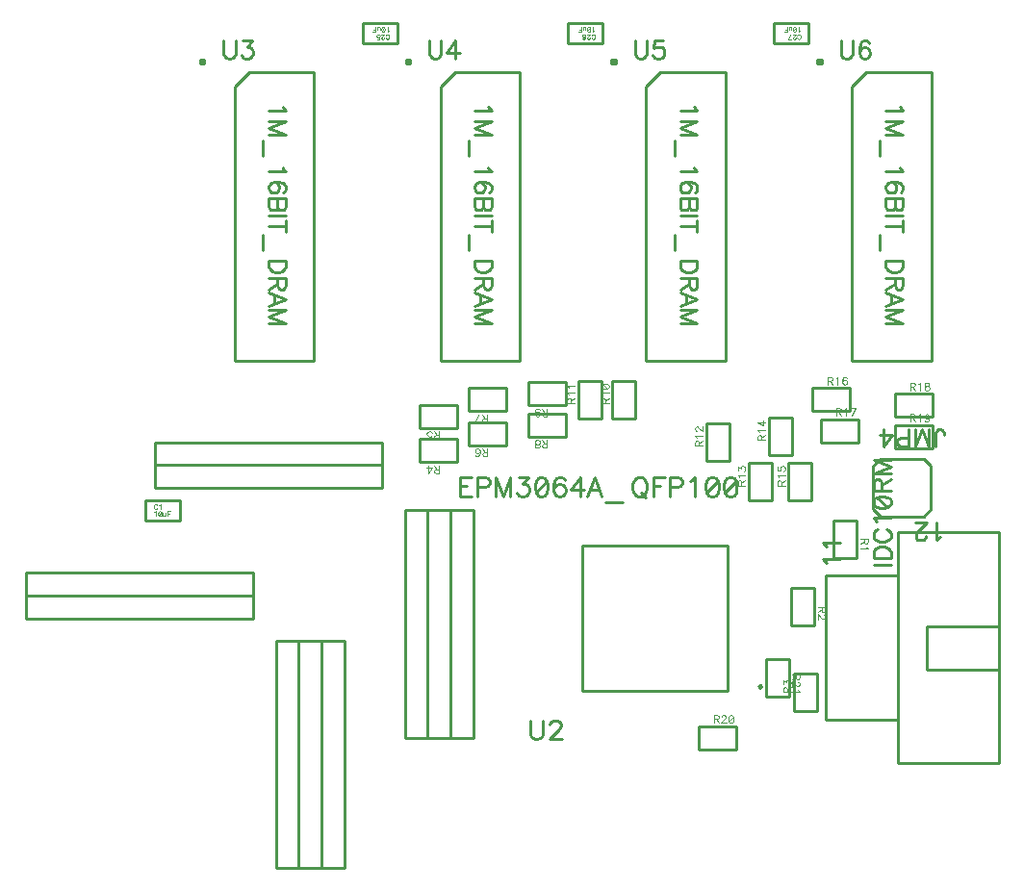
<source format=gto>
G04*
G04  File:            A600_8MB_2008.GTO, Sun Feb 10 20:54:05 2019*
G04  Source:          P-CAD 2006 PCB, Version 19.02.958, (Z:\home\lvd\d\boards\boards\a600_8mb_2008\release\pcad2006\a600_8mb_2008.pcb)*
G04  Format:          Gerber Format (RS-274-D), ASCII*
G04*
G04  Format Options:  Absolute Positioning*
G04                   Leading-Zero Suppression*
G04                   Scale Factor 1:1*
G04                   NO Circular Interpolation*
G04                   Millimeter Units*
G04                   Numeric Format: 4.4 (XXXX.XXXX)*
G04                   G54 NOT Used for Aperture Change*
G04                   Apertures Embedded*
G04*
G04  File Options:    Offset = (0.000mm,0.000mm)*
G04                   Drill Symbol Size = 2.032mm*
G04                   No Pad/Via Holes*
G04*
G04  File Contents:   Pads*
G04                   Vias*
G04                   Designators*
G04                   Types*
G04                   Values*
G04                   No Drill Symbols*
G04                   Top Silk*
G04*
%INA600_8MB_2008.GTO*%
%ICAS*%
%MOMM*%
G04*
G04  Aperture MACROs for general use --- invoked via D-code assignment *
G04*
G04  General MACRO for flashed round with rotation and/or offset hole *
%AMROTOFFROUND*
1,1,$1,0.0000,0.0000*
1,0,$2,$3,$4*%
G04*
G04  General MACRO for flashed oval (obround) with rotation and/or offset hole *
%AMROTOFFOVAL*
21,1,$1,$2,0.0000,0.0000,$3*
1,1,$4,$5,$6*
1,1,$4,0-$5,0-$6*
1,0,$7,$8,$9*%
G04*
G04  General MACRO for flashed oval (obround) with rotation and no hole *
%AMROTOVALNOHOLE*
21,1,$1,$2,0.0000,0.0000,$3*
1,1,$4,$5,$6*
1,1,$4,0-$5,0-$6*%
G04*
G04  General MACRO for flashed rectangle with rotation and/or offset hole *
%AMROTOFFRECT*
21,1,$1,$2,0.0000,0.0000,$3*
1,0,$4,$5,$6*%
G04*
G04  General MACRO for flashed rectangle with rotation and no hole *
%AMROTRECTNOHOLE*
21,1,$1,$2,0.0000,0.0000,$3*%
G04*
G04  General MACRO for flashed rounded-rectangle *
%AMROUNDRECT*
21,1,$1,$2-$4,0.0000,0.0000,$3*
21,1,$1-$4,$2,0.0000,0.0000,$3*
1,1,$4,$5,$6*
1,1,$4,$7,$8*
1,1,$4,0-$5,0-$6*
1,1,$4,0-$7,0-$8*
1,0,$9,$10,$11*%
G04*
G04  General MACRO for flashed rounded-rectangle with rotation and no hole *
%AMROUNDRECTNOHOLE*
21,1,$1,$2-$4,0.0000,0.0000,$3*
21,1,$1-$4,$2,0.0000,0.0000,$3*
1,1,$4,$5,$6*
1,1,$4,$7,$8*
1,1,$4,0-$5,0-$6*
1,1,$4,0-$7,0-$8*%
G04*
G04  General MACRO for flashed regular polygon *
%AMREGPOLY*
5,1,$1,0.0000,0.0000,$2,$3+$4*
1,0,$5,$6,$7*%
G04*
G04  General MACRO for flashed regular polygon with no hole *
%AMREGPOLYNOHOLE*
5,1,$1,0.0000,0.0000,$2,$3+$4*%
G04*
G04  General MACRO for target *
%AMTARGET*
6,0,0,$1,$2,$3,4,$4,$5,$6*%
G04*
G04  General MACRO for mounting hole *
%AMMTHOLE*
1,1,$1,0,0*
1,0,$2,0,0*
$1=$1-$2*
$1=$1/2*
21,1,$2+$1,$3,0,0,$4*
21,1,$3,$2+$1,0,0,$4*%
G04*
G04*
G04  D10 : "Ellipse X0.254mm Y0.254mm H0.000mm 0.0deg (0.000mm,0.000mm) Draw"*
G04  Disc: OuterDia=0.2540*
%ADD10C, 0.2540*%
G04  D11 : "Ellipse X2.540mm Y2.540mm H0.000mm 0.0deg (0.000mm,0.000mm) Draw"*
G04  Disc: OuterDia=2.5400*
%ADD11C, 2.5400*%
G04  D12 : "Ellipse X0.305mm Y0.305mm H0.000mm 0.0deg (0.000mm,0.000mm) Draw"*
G04  Disc: OuterDia=0.3048*
%ADD12C, 0.3048*%
G04  D13 : "Ellipse X0.500mm Y0.500mm H0.000mm 0.0deg (0.000mm,0.000mm) Draw"*
G04  Disc: OuterDia=0.5000*
%ADD13C, 0.5000*%
G04  D14 : "Ellipse X0.508mm Y0.508mm H0.000mm 0.0deg (0.000mm,0.000mm) Draw"*
G04  Disc: OuterDia=0.5080*
%ADD14C, 0.5080*%
G04  D15 : "Ellipse X0.600mm Y0.600mm H0.000mm 0.0deg (0.000mm,0.000mm) Draw"*
G04  Disc: OuterDia=0.6000*
%ADD15C, 0.6000*%
G04  D16 : "Ellipse X0.635mm Y0.635mm H0.000mm 0.0deg (0.000mm,0.000mm) Draw"*
G04  Disc: OuterDia=0.6350*
%ADD16C, 0.6350*%
G04  D17 : "Ellipse X0.650mm Y0.650mm H0.000mm 0.0deg (0.000mm,0.000mm) Draw"*
G04  Disc: OuterDia=0.6500*
%ADD17C, 0.6500*%
G04  D18 : "Ellipse X0.100mm Y0.100mm H0.000mm 0.0deg (0.000mm,0.000mm) Draw"*
G04  Disc: OuterDia=0.1000*
%ADD18C, 0.1000*%
G04  D19 : "Ellipse X1.000mm Y1.000mm H0.000mm 0.0deg (0.000mm,0.000mm) Draw"*
G04  Disc: OuterDia=1.0000*
%ADD19C, 1.0000*%
G04  D20 : "Ellipse X0.102mm Y0.102mm H0.000mm 0.0deg (0.000mm,0.000mm) Draw"*
G04  Disc: OuterDia=0.1016*
%ADD20C, 0.1016*%
G04  D21 : "Ellipse X0.127mm Y0.127mm H0.000mm 0.0deg (0.000mm,0.000mm) Draw"*
G04  Disc: OuterDia=0.1270*
%ADD21C, 0.1270*%
G04  D22 : "Ellipse X0.150mm Y0.150mm H0.000mm 0.0deg (0.000mm,0.000mm) Draw"*
G04  Disc: OuterDia=0.1500*
%ADD22C, 0.1500*%
G04  D23 : "Ellipse X1.270mm Y1.270mm H0.000mm 0.0deg (0.000mm,0.000mm) Draw"*
G04  Disc: OuterDia=1.2700*
%ADD23C, 1.2700*%
G04  D24 : "Ellipse X1.500mm Y1.500mm H0.000mm 0.0deg (0.000mm,0.000mm) Draw"*
G04  Disc: OuterDia=1.5000*
%ADD24C, 1.5000*%
G04  D25 : "Ellipse X0.200mm Y0.200mm H0.000mm 0.0deg (0.000mm,0.000mm) Draw"*
G04  Disc: OuterDia=0.2000*
%ADD25C, 0.2000*%
G04  D26 : "Ellipse X0.250mm Y0.250mm H0.000mm 0.0deg (0.000mm,0.000mm) Draw"*
G04  Disc: OuterDia=0.2500*
%ADD26C, 0.2500*%
G04  D27 : "Ellipse X0.250mm Y0.250mm H0.000mm 0.0deg (0.000mm,0.000mm) Draw"*
G04  Disc: OuterDia=0.2500*
%ADD27C, 0.2500*%
G04  D28 : "Ellipse X2.300mm Y2.300mm H0.000mm 0.0deg (0.000mm,0.000mm) Draw"*
G04  Disc: OuterDia=2.3000*
%ADD28C, 2.3000*%
G04  D29 : "Ellipse X1.400mm Y1.400mm H0.000mm 0.0deg (0.000mm,0.000mm) Flash"*
G04  Disc: OuterDia=1.4000*
%ADD29C, 1.4000*%
G04  D30 : "Ellipse X1.524mm Y1.524mm H0.000mm 0.0deg (0.000mm,0.000mm) Flash"*
G04  Disc: OuterDia=1.5240*
%ADD30C, 1.5240*%
G04  D31 : "Ellipse X1.781mm Y1.781mm H0.000mm 0.0deg (0.000mm,0.000mm) Flash"*
G04  Disc: OuterDia=1.7810*
%ADD31C, 1.7810*%
G04  D32 : "Ellipse X1.800mm Y1.800mm H0.000mm 0.0deg (0.000mm,0.000mm) Flash"*
G04  Disc: OuterDia=1.8000*
%ADD32C, 1.8000*%
G04  D33 : "Ellipse X1.905mm Y1.905mm H0.000mm 0.0deg (0.000mm,0.000mm) Flash"*
G04  Disc: OuterDia=1.9050*
%ADD33C, 1.9050*%
G04  D34 : "Ellipse X2.181mm Y2.181mm H0.000mm 0.0deg (0.000mm,0.000mm) Flash"*
G04  Disc: OuterDia=2.1810*
%ADD34C, 2.1810*%
G04  D35 : "Rectangle X2.581mm Y1.031mm H0.000mm 0.0deg (0.000mm,0.000mm) Flash"*
G04  Rectangular: DimX=2.5810, DimY=1.0310, Rotation=0.0, OffsetX=0.0000, OffsetY=0.0000, HoleDia=0.0000 *
%ADD35R, 2.5810 X1.0310*%
G04  D36 : "Rectangle X1.031mm Y2.581mm H0.000mm 0.0deg (0.000mm,0.000mm) Flash"*
G04  Rectangular: DimX=1.0310, DimY=2.5810, Rotation=0.0, OffsetX=0.0000, OffsetY=0.0000, HoleDia=0.0000 *
%ADD36R, 1.0310 X2.5810*%
G04  D37 : "Rectangle X3.800mm Y2.000mm H0.000mm 0.0deg (0.000mm,0.000mm) Flash"*
G04  Rectangular: DimX=3.8000, DimY=2.0000, Rotation=0.0, OffsetX=0.0000, OffsetY=0.0000, HoleDia=0.0000 *
%ADD37R, 3.8000 X2.0000*%
G04  D38 : "Rectangle X4.181mm Y2.381mm H0.000mm 0.0deg (0.000mm,0.000mm) Flash"*
G04  Rectangular: DimX=4.1810, DimY=2.3810, Rotation=0.0, OffsetX=0.0000, OffsetY=0.0000, HoleDia=0.0000 *
%ADD38R, 4.1810 X2.3810*%
G04  D39 : "Rectangle X1.016mm Y1.524mm H0.000mm 0.0deg (0.000mm,0.000mm) Flash"*
G04  Rectangular: DimX=1.0160, DimY=1.5240, Rotation=0.0, OffsetX=0.0000, OffsetY=0.0000, HoleDia=0.0000 *
%ADD39R, 1.0160 X1.5240*%
G04  D40 : "Rectangle X1.524mm Y1.016mm H0.000mm 0.0deg (0.000mm,0.000mm) Flash"*
G04  Rectangular: DimX=1.5240, DimY=1.0160, Rotation=0.0, OffsetX=0.0000, OffsetY=0.0000, HoleDia=0.0000 *
%ADD40R, 1.5240 X1.0160*%
G04  D41 : "Rectangle X1.397mm Y1.905mm H0.000mm 0.0deg (0.000mm,0.000mm) Flash"*
G04  Rectangular: DimX=1.3970, DimY=1.9050, Rotation=0.0, OffsetX=0.0000, OffsetY=0.0000, HoleDia=0.0000 *
%ADD41R, 1.3970 X1.9050*%
G04  D42 : "Rectangle X1.905mm Y1.397mm H0.000mm 0.0deg (0.000mm,0.000mm) Flash"*
G04  Rectangular: DimX=1.9050, DimY=1.3970, Rotation=0.0, OffsetX=0.0000, OffsetY=0.0000, HoleDia=0.0000 *
%ADD42R, 1.9050 X1.3970*%
G04  D43 : "Rectangle X1.500mm Y2.000mm H0.000mm 0.0deg (0.000mm,0.000mm) Flash"*
G04  Rectangular: DimX=1.5000, DimY=2.0000, Rotation=0.0, OffsetX=0.0000, OffsetY=0.0000, HoleDia=0.0000 *
%ADD43R, 1.5000 X2.0000*%
G04  D44 : "Rectangle X2.000mm Y1.500mm H0.000mm 0.0deg (0.000mm,0.000mm) Flash"*
G04  Rectangular: DimX=2.0000, DimY=1.5000, Rotation=0.0, OffsetX=0.0000, OffsetY=0.0000, HoleDia=0.0000 *
%ADD44R, 2.0000 X1.5000*%
G04  D45 : "Rectangle X1.524mm Y1.524mm H0.000mm 0.0deg (0.000mm,0.000mm) Flash"*
G04  Square: Side=1.5240, Rotation=0.0, OffsetX=0.0000, OffsetY=0.0000, HoleDia=0.0000*
%ADD45R, 1.5240 X1.5240*%
G04  D46 : "Rectangle X1.800mm Y1.800mm H0.000mm 0.0deg (0.000mm,0.000mm) Flash"*
G04  Square: Side=1.8000, Rotation=0.0, OffsetX=0.0000, OffsetY=0.0000, HoleDia=0.0000*
%ADD46R, 1.8000 X1.8000*%
G04  D47 : "Rectangle X1.881mm Y2.381mm H0.000mm 0.0deg (0.000mm,0.000mm) Flash"*
G04  Rectangular: DimX=1.8810, DimY=2.3810, Rotation=0.0, OffsetX=0.0000, OffsetY=0.0000, HoleDia=0.0000 *
%ADD47R, 1.8810 X2.3810*%
G04  D48 : "Rectangle X2.381mm Y1.881mm H0.000mm 0.0deg (0.000mm,0.000mm) Flash"*
G04  Rectangular: DimX=2.3810, DimY=1.8810, Rotation=0.0, OffsetX=0.0000, OffsetY=0.0000, HoleDia=0.0000 *
%ADD48R, 2.3810 X1.8810*%
G04  D49 : "Rectangle X1.905mm Y1.905mm H0.000mm 0.0deg (0.000mm,0.000mm) Flash"*
G04  Square: Side=1.9050, Rotation=0.0, OffsetX=0.0000, OffsetY=0.0000, HoleDia=0.0000*
%ADD49R, 1.9050 X1.9050*%
G04  D50 : "Rectangle X2.000mm Y0.300mm H0.000mm 0.0deg (0.000mm,0.000mm) Flash"*
G04  Rectangular: DimX=2.0000, DimY=0.3000, Rotation=0.0, OffsetX=0.0000, OffsetY=0.0000, HoleDia=0.0000 *
%ADD50R, 2.0000 X0.3000*%
G04  D51 : "Rectangle X0.300mm Y2.000mm H0.000mm 0.0deg (0.000mm,0.000mm) Flash"*
G04  Rectangular: DimX=0.3000, DimY=2.0000, Rotation=0.0, OffsetX=0.0000, OffsetY=0.0000, HoleDia=0.0000 *
%ADD51R, 0.3000 X2.0000*%
G04  D52 : "Rectangle X2.032mm Y0.660mm H0.000mm 0.0deg (0.000mm,0.000mm) Flash"*
G04  Rectangular: DimX=2.0320, DimY=0.6604, Rotation=0.0, OffsetX=0.0000, OffsetY=0.0000, HoleDia=0.0000 *
%ADD52R, 2.0320 X0.6604*%
G04  D53 : "Rectangle X2.181mm Y2.181mm H0.000mm 0.0deg (0.000mm,0.000mm) Flash"*
G04  Square: Side=2.1810, Rotation=0.0, OffsetX=0.0000, OffsetY=0.0000, HoleDia=0.0000*
%ADD53R, 2.1810 X2.1810*%
G04  D54 : "Rectangle X2.200mm Y0.650mm H0.000mm 0.0deg (0.000mm,0.000mm) Flash"*
G04  Rectangular: DimX=2.2000, DimY=0.6500, Rotation=0.0, OffsetX=0.0000, OffsetY=0.0000, HoleDia=0.0000 *
%ADD54R, 2.2000 X0.6500*%
G04  D55 : "Rectangle X0.650mm Y2.200mm H0.000mm 0.0deg (0.000mm,0.000mm) Flash"*
G04  Rectangular: DimX=0.6500, DimY=2.2000, Rotation=0.0, OffsetX=0.0000, OffsetY=0.0000, HoleDia=0.0000 *
%ADD55R, 0.6500 X2.2000*%
G04  D56 : "Rectangle X2.381mm Y0.681mm H0.000mm 0.0deg (0.000mm,0.000mm) Flash"*
G04  Rectangular: DimX=2.3810, DimY=0.6810, Rotation=0.0, OffsetX=0.0000, OffsetY=0.0000, HoleDia=0.0000 *
%ADD56R, 2.3810 X0.6810*%
G04  D57 : "Rectangle X0.681mm Y2.381mm H0.000mm 0.0deg (0.000mm,0.000mm) Flash"*
G04  Rectangular: DimX=0.6810, DimY=2.3810, Rotation=0.0, OffsetX=0.0000, OffsetY=0.0000, HoleDia=0.0000 *
%ADD57R, 0.6810 X2.3810*%
G04  D58 : "Rectangle X2.413mm Y1.041mm H0.000mm 0.0deg (0.000mm,0.000mm) Flash"*
G04  Rectangular: DimX=2.4130, DimY=1.0414, Rotation=0.0, OffsetX=0.0000, OffsetY=0.0000, HoleDia=0.0000 *
%ADD58R, 2.4130 X1.0414*%
G04  D59 : "Ellipse X1.000mm Y1.000mm H0.000mm 0.0deg (0.000mm,0.000mm) Flash"*
G04  Disc: OuterDia=1.0000*
%ADD59C, 1.0000*%
G04  D60 : "Ellipse X1.381mm Y1.381mm H0.000mm 0.0deg (0.000mm,0.000mm) Flash"*
G04  Disc: OuterDia=1.3810*
%ADD60C, 1.3810*%
G04*
%FSLAX44Y44*%
%SFA1B1*%
%OFA0.000B0.000*%
G04*
G71*
G90*
G01*
D2*
%LNTop Silk*%
D10*
X935830Y867340*
X968850D1*
Y887660*
X935830*
Y867340*
D2*
D20*
X952498Y860990*
X949641D1*
X948688Y860672*
X948371Y860355*
X948053Y859720*
Y859085*
X948371Y858450*
X948688Y858132*
X949641Y857815*
X952498*
Y864482*
X950276Y860990D2*
X948053Y864482D1*
X944878D2*
X941703Y857815D1*
X946148*
D2*
D10*
X1032340Y894170*
Y861150D1*
X1052660*
Y894170*
X1032340*
D2*
D20*
X1025990Y874326*
Y877183D1*
X1025672Y878136*
X1025355Y878453*
X1024720Y878771*
X1024085*
X1023450Y878453*
X1023132Y878136*
X1022815Y877183*
Y874326*
X1029482*
X1025990Y876548D2*
X1029482Y878771D1*
X1024085Y881628D2*
X1023767Y882263D1*
X1022815Y883216*
X1029482*
X1024085Y887978D2*
X1023767Y888613D1*
X1022815Y889566*
X1029482*
D2*
D10*
X1182340Y821670*
Y788650D1*
X1202660*
Y821670*
X1182340*
D2*
D20*
X1175990Y801826*
Y804683D1*
X1175672Y805636*
X1175355Y805953*
X1174720Y806271*
X1174085*
X1173450Y805953*
X1173132Y805636*
X1172815Y804683*
Y801826*
X1179482*
X1175990Y804048D2*
X1179482Y806271D1*
X1174085Y809128D2*
X1173767Y809763D1*
X1172815Y810716*
X1179482*
X1172815Y815161D2*
Y818653D1*
X1175355Y816748*
Y817701*
X1175672Y818336*
X1175990Y818653*
X1176942Y818971*
X1177577*
X1178530Y818653*
X1179165Y818018*
X1179482Y817066*
Y816113*
X1179165Y815161*
X1178847Y814843*
X1178212Y814526*
D2*
D10*
X1271670Y887660*
X1238650D1*
Y867340*
X1271670*
Y887660*
D2*
D20*
X1251826Y894010*
X1254683D1*
X1255636Y894327*
X1255953Y894645*
X1256271Y895280*
Y895915*
X1255953Y896550*
X1255636Y896867*
X1254683Y897185*
X1251826*
Y890517*
X1254048Y894010D2*
X1256271Y890517D1*
X1259128Y895915D2*
X1259763Y896232D1*
X1260716Y897185*
Y890517*
X1268653Y896232D2*
X1268336Y896867D1*
X1267383Y897185*
X1266748*
X1265796Y896867*
X1265161Y895915*
X1264843Y894327*
Y892740*
X1265161Y891470*
X1265796Y890835*
X1266748Y890517*
X1267066*
X1268018Y890835*
X1268653Y891470*
X1268971Y892422*
Y892740*
X1268653Y893692*
X1268018Y894327*
X1267066Y894645*
X1266748*
X1265796Y894327*
X1265161Y893692*
X1264843Y892740*
D2*
D10*
X1344170Y882660*
X1311150D1*
Y862340*
X1344170*
Y882660*
D2*
D20*
X1324326Y889010*
X1327183D1*
X1328136Y889327*
X1328453Y889645*
X1328771Y890280*
Y890915*
X1328453Y891550*
X1328136Y891867*
X1327183Y892185*
X1324326*
Y885517*
X1326548Y889010D2*
X1328771Y885517D1*
X1331628Y890915D2*
X1332263Y891232D1*
X1333216Y892185*
Y885517*
X1338613Y892185D2*
X1337661Y891867D1*
X1337343Y891232*
Y890597*
X1337661Y889962*
X1338296Y889645*
X1339566Y889327*
X1340518Y889010*
X1341153Y888375*
X1341471Y887740*
Y886787*
X1341153Y886152*
X1340836Y885835*
X1339883Y885517*
X1338613*
X1337661Y885835*
X1337343Y886152*
X1337026Y886787*
Y887740*
X1337343Y888375*
X1337978Y889010*
X1338931Y889327*
X1340201Y889645*
X1340836Y889962*
X1341153Y890597*
Y891232*
X1340836Y891867*
X1339883Y892185*
X1338613*
D2*
D10*
X935830Y837340*
X968850D1*
Y857660*
X935830*
Y837340*
D2*
D20*
X952498Y830990*
X949641D1*
X948688Y830672*
X948371Y830355*
X948053Y829720*
Y829085*
X948371Y828450*
X948688Y828132*
X949641Y827815*
X952498*
Y834482*
X950276Y830990D2*
X948053Y834482D1*
X942021Y828767D2*
X942338Y828132D1*
X943291Y827815*
X943926*
X944878Y828132*
X945513Y829085*
X945831Y830672*
Y832260*
X945513Y833530*
X944878Y834165*
X943926Y834482*
X943608*
X942656Y834165*
X942021Y833530*
X941703Y832577*
Y832260*
X942021Y831307*
X942656Y830672*
X943608Y830355*
X943926*
X944878Y830672*
X945513Y831307*
X945831Y832260*
D2*
D10*
X1279170Y860160*
X1246150D1*
Y839840*
X1279170*
Y860160*
D2*
D20*
X1259326Y866510*
X1262183D1*
X1263136Y866827*
X1263453Y867145*
X1263771Y867780*
Y868415*
X1263453Y869050*
X1263136Y869367*
X1262183Y869685*
X1259326*
Y863017*
X1261548Y866510D2*
X1263771Y863017D1*
X1266628Y868415D2*
X1267263Y868732D1*
X1268216Y869685*
Y863017*
X1273296D2*
X1276471Y869685D1*
X1272026*
D2*
D10*
X1277660Y738330*
Y771350D1*
X1257340*
Y738330*
X1277660*
D2*
D20*
X1284010Y754998*
Y752141D1*
X1284327Y751188*
X1284645Y750871*
X1285280Y750553*
X1285915*
X1286550Y750871*
X1286867Y751188*
X1287185Y752141*
Y754998*
X1280517*
X1284010Y752776D2*
X1280517Y750553D1*
X1285915Y747696D2*
X1286232Y747061D1*
X1287185Y746108*
X1280517*
D2*
D10*
X1344170Y855160*
X1311150D1*
Y834840*
X1344170*
Y855160*
D2*
D20*
X1324326Y861510*
X1327183D1*
X1328136Y861827*
X1328453Y862145*
X1328771Y862780*
Y863415*
X1328453Y864050*
X1328136Y864367*
X1327183Y864685*
X1324326*
Y858017*
X1326548Y861510D2*
X1328771Y858017D1*
X1331628Y863415D2*
X1332263Y863732D1*
X1333216Y864685*
Y858017*
X1341153Y862462D2*
X1340836Y861510D1*
X1340201Y860875*
X1339248Y860557*
X1338931*
X1337978Y860875*
X1337343Y861510*
X1337026Y862462*
Y862780*
X1337343Y863732*
X1337978Y864367*
X1338931Y864685*
X1339248*
X1340201Y864367*
X1340836Y863732*
X1341153Y862462*
Y860875*
X1340836Y859287*
X1340201Y858335*
X1339248Y858017*
X1338613*
X1337661Y858335*
X1337343Y858970*
D2*
D10*
X786500Y665000*
X806500D1*
Y465000D2*
X786500D1*
X806500Y665000D2*
Y465000D1*
X786500D2*
Y665000D1*
X766500D2*
X786500D1*
Y465000D2*
X766500D1*
X786500Y665000D2*
Y465000D1*
X766500D2*
Y665000D1*
X806500D2*
X826500D1*
Y465000D2*
X806500D1*
X826500Y665000D2*
Y465000D1*
X806500D2*
Y665000D1*
X880000Y780000D2*
X900000D1*
Y580000D2*
X880000D1*
X900000Y780000D2*
Y580000D1*
X880000D2*
Y780000D1*
X920000D2*
X940000D1*
Y580000D2*
X920000D1*
X940000Y780000D2*
Y580000D1*
X920000D2*
Y780000D1*
X660000Y800000D2*
Y820000D1*
X860000D2*
Y800000D1*
X660000Y820000D2*
X860000D1*
Y800000D2*
X660000D1*
X893330Y852340D2*
X926350D1*
Y872660*
X893330*
Y852340*
D2*
D20*
X909998Y845990*
X907141D1*
X906188Y845672*
X905871Y845355*
X905553Y844720*
Y844085*
X905871Y843450*
X906188Y843132*
X907141Y842815*
X909998*
Y849482*
X907776Y845990D2*
X905553Y849482D1*
X899838Y842815D2*
X903013D1*
X903331Y845672*
X903013Y845355*
X902061Y845037*
X901108*
X900156Y845355*
X899521Y845990*
X899203Y846942*
Y847577*
X899521Y848530*
X900156Y849165*
X901108Y849482*
X902061*
X903013Y849165*
X903331Y848847*
X903648Y848212*
D2*
D10*
D27*
X873125Y1191260*
Y1209040D1*
X842645D2*
Y1191260D1*
X873125Y1209040D2*
X842645D1*
Y1191260D2*
X873125D1*
D2*
D18*
X863143Y1195708*
X863345Y1195304D1*
X863748Y1194901*
X864152Y1194699*
X864959*
X865362Y1194901*
X865766Y1195304*
X865968Y1195708*
X866169Y1196313*
Y1197322*
X865968Y1197927*
X865766Y1198330*
X865362Y1198734*
X864959Y1198936*
X864152*
X863748Y1198734*
X863345Y1198330*
X863143Y1197927*
X861731Y1195708D2*
Y1195506D1*
X861529Y1195103*
X861328Y1194901*
X860924Y1194699*
X860117*
X859714Y1194901*
X859512Y1195103*
X859310Y1195506*
Y1195910*
X859512Y1196313*
X859915Y1196918*
X861933Y1198936*
X859108*
X855477Y1194699D2*
X857494D1*
X857696Y1196515*
X857494Y1196313*
X856889Y1196111*
X856284*
X855679Y1196313*
X855275Y1196717*
X855074Y1197322*
Y1197725*
X855275Y1198330*
X855679Y1198734*
X856284Y1198936*
X856889*
X857494Y1198734*
X857696Y1198532*
X857898Y1198129*
X865568Y1201873D2*
X865166Y1201672D1*
X864563Y1201069*
Y1205291*
X860944Y1201069D2*
X861547Y1201270D1*
X861950Y1201873*
X862151Y1202878*
Y1203481*
X861950Y1204486*
X861547Y1205090*
X860944Y1205291*
X860542*
X859939Y1205090*
X859537Y1204486*
X859336Y1203481*
Y1202878*
X859537Y1201873*
X859939Y1201270*
X860542Y1201069*
X860944*
X859537Y1201873D2*
X861950Y1204486D1*
X857929Y1202476D2*
Y1204486D1*
X857728Y1205090*
X857325Y1205291*
X856722*
X856320Y1205090*
X855717Y1204486*
Y1202476D2*
Y1205291D1*
X851495Y1201069D2*
X854109D1*
Y1205291*
Y1203079D2*
X852500D1*
D2*
D10*
X1171670Y590160*
X1138650D1*
Y569840*
X1171670*
Y590160*
D2*
D20*
X1151826Y596510*
X1154683D1*
X1155636Y596827*
X1155953Y597145*
X1156271Y597780*
Y598415*
X1155953Y599050*
X1155636Y599367*
X1154683Y599685*
X1151826*
Y593017*
X1154048Y596510D2*
X1156271Y593017D1*
X1158493Y598097D2*
Y598415D1*
X1158811Y599050*
X1159128Y599367*
X1159763Y599685*
X1161033*
X1161668Y599367*
X1161986Y599050*
X1162303Y598415*
Y597780*
X1161986Y597145*
X1161351Y596192*
X1158176Y593017*
X1162621*
X1166431Y599685D2*
X1165478Y599367D1*
X1164843Y598415*
X1164526Y596827*
Y595875*
X1164843Y594287*
X1165478Y593335*
X1166431Y593017*
X1167066*
X1168018Y593335*
X1168653Y594287*
X1168971Y595875*
Y596827*
X1168653Y598415*
X1168018Y599367*
X1167066Y599685*
X1166431*
X1168653Y598415D2*
X1164843Y594287D1*
D2*
D10*
X1217660Y615830*
Y648850D1*
X1197340*
Y615830*
X1217660*
D2*
D20*
X1224010Y635673*
Y632816D1*
X1224327Y631863*
X1224645Y631546*
X1225280Y631228*
X1225915*
X1226550Y631546*
X1226867Y631863*
X1227185Y632816*
Y635673*
X1220517*
X1224010Y633451D2*
X1220517Y631228D1*
X1225597Y629006D2*
X1225915D1*
X1226550Y628688*
X1226867Y628371*
X1227185Y627736*
Y626466*
X1226867Y625831*
X1226550Y625513*
X1225915Y625196*
X1225280*
X1224645Y625513*
X1223692Y626148*
X1220517Y629323*
Y624878*
X1225915Y622021D2*
X1226232Y621386D1*
X1227185Y620433*
X1220517*
D2*
D10*
X1217340Y821670*
Y788650D1*
X1237660*
Y821670*
X1217340*
D2*
D20*
X1210990Y801826*
Y804683D1*
X1210672Y805636*
X1210355Y805953*
X1209720Y806271*
X1209085*
X1208450Y805953*
X1208132Y805636*
X1207815Y804683*
Y801826*
X1214482*
X1210990Y804048D2*
X1214482Y806271D1*
X1209085Y809128D2*
X1208767Y809763D1*
X1207815Y810716*
X1214482*
X1207815Y818336D2*
Y815161D1*
X1210672Y814843*
X1210355Y815161*
X1210037Y816113*
Y817066*
X1210355Y818018*
X1210990Y818653*
X1211942Y818971*
X1212577*
X1213530Y818653*
X1214165Y818018*
X1214482Y817066*
Y816113*
X1214165Y815161*
X1213847Y814843*
X1213212Y814526*
D2*
D10*
X988330Y872340*
X1021350D1*
Y892660*
X988330*
Y872340*
D2*
D20*
X1004998Y865990*
X1002141D1*
X1001188Y865672*
X1000871Y865355*
X1000553Y864720*
Y864085*
X1000871Y863450*
X1001188Y863132*
X1002141Y862815*
X1004998*
Y869482*
X1002776Y865990D2*
X1000553Y869482D1*
X994521Y865037D2*
X994838Y865990D1*
X995473Y866625*
X996426Y866942*
X996743*
X997696Y866625*
X998331Y865990*
X998648Y865037*
Y864720*
X998331Y863767*
X997696Y863132*
X996743Y862815*
X996426*
X995473Y863132*
X994838Y863767*
X994521Y865037*
Y866625*
X994838Y868212*
X995473Y869165*
X996426Y869482*
X997061*
X998013Y869165*
X998331Y868530*
D2*
D10*
X1062340Y894170*
Y861150D1*
X1082660*
Y894170*
X1062340*
D2*
D20*
X1055990Y874326*
Y877183D1*
X1055672Y878136*
X1055355Y878453*
X1054720Y878771*
X1054085*
X1053450Y878453*
X1053132Y878136*
X1052815Y877183*
Y874326*
X1059482*
X1055990Y876548D2*
X1059482Y878771D1*
X1054085Y881628D2*
X1053767Y882263D1*
X1052815Y883216*
X1059482*
X1052815Y888931D2*
X1053132Y887978D1*
X1054085Y887343*
X1055672Y887026*
X1056625*
X1058212Y887343*
X1059165Y887978*
X1059482Y888931*
Y889566*
X1059165Y890518*
X1058212Y891153*
X1056625Y891471*
X1055672*
X1054085Y891153*
X1053132Y890518*
X1052815Y889566*
Y888931*
X1054085Y891153D2*
X1058212Y887343D1*
D2*
D10*
D27*
X1054100Y1191260*
Y1209040D1*
X1023620D2*
Y1191260D1*
X1054100Y1209040D2*
X1023620D1*
Y1191260D2*
X1054100D1*
D2*
D18*
X1044118Y1195708*
X1044320Y1195304D1*
X1044723Y1194901*
X1045127Y1194699*
X1045934*
X1046337Y1194901*
X1046741Y1195304*
X1046943Y1195708*
X1047144Y1196313*
Y1197322*
X1046943Y1197927*
X1046741Y1198330*
X1046337Y1198734*
X1045934Y1198936*
X1045127*
X1044723Y1198734*
X1044320Y1198330*
X1044118Y1197927*
X1042706Y1195708D2*
Y1195506D1*
X1042504Y1195103*
X1042303Y1194901*
X1041899Y1194699*
X1041092*
X1040689Y1194901*
X1040487Y1195103*
X1040285Y1195506*
Y1195910*
X1040487Y1196313*
X1040890Y1196918*
X1042908Y1198936*
X1040083*
X1036250Y1195304D2*
X1036452Y1194901D1*
X1037057Y1194699*
X1037461*
X1038066Y1194901*
X1038469Y1195506*
X1038671Y1196515*
Y1197523*
X1038469Y1198330*
X1038066Y1198734*
X1037461Y1198936*
X1037259*
X1036654Y1198734*
X1036250Y1198330*
X1036049Y1197725*
Y1197523*
X1036250Y1196918*
X1036654Y1196515*
X1037259Y1196313*
X1037461*
X1038066Y1196515*
X1038469Y1196918*
X1038671Y1197523*
X1046543Y1201873D2*
X1046141Y1201672D1*
X1045538Y1201069*
Y1205291*
X1041919Y1201069D2*
X1042522Y1201270D1*
X1042925Y1201873*
X1043126Y1202878*
Y1203481*
X1042925Y1204486*
X1042522Y1205090*
X1041919Y1205291*
X1041517*
X1040914Y1205090*
X1040512Y1204486*
X1040311Y1203481*
Y1202878*
X1040512Y1201873*
X1040914Y1201270*
X1041517Y1201069*
X1041919*
X1040512Y1201873D2*
X1042925Y1204486D1*
X1038904Y1202476D2*
Y1204486D1*
X1038703Y1205090*
X1038300Y1205291*
X1037697*
X1037295Y1205090*
X1036692Y1204486*
Y1202476D2*
Y1205291D1*
X1032470Y1201069D2*
X1035084D1*
Y1205291*
Y1203079D2*
X1033475D1*
D2*
D10*
D27*
X1235075Y1191260*
Y1209040D1*
X1204595D2*
Y1191260D1*
X1235075Y1209040D2*
X1204595D1*
Y1191260D2*
X1235075D1*
D2*
D18*
X1225093Y1195708*
X1225295Y1195304D1*
X1225698Y1194901*
X1226102Y1194699*
X1226909*
X1227312Y1194901*
X1227716Y1195304*
X1227918Y1195708*
X1228119Y1196313*
Y1197322*
X1227918Y1197927*
X1227716Y1198330*
X1227312Y1198734*
X1226909Y1198936*
X1226102*
X1225698Y1198734*
X1225295Y1198330*
X1225093Y1197927*
X1223681Y1195708D2*
Y1195506D1*
X1223479Y1195103*
X1223278Y1194901*
X1222874Y1194699*
X1222067*
X1221664Y1194901*
X1221462Y1195103*
X1221260Y1195506*
Y1195910*
X1221462Y1196313*
X1221865Y1196918*
X1223883Y1198936*
X1221058*
X1219041D2*
X1217024Y1194699D1*
X1219848*
X1227518Y1201873D2*
X1227116Y1201672D1*
X1226513Y1201069*
Y1205291*
X1222894Y1201069D2*
X1223497Y1201270D1*
X1223900Y1201873*
X1224101Y1202878*
Y1203481*
X1223900Y1204486*
X1223497Y1205090*
X1222894Y1205291*
X1222492*
X1221889Y1205090*
X1221487Y1204486*
X1221286Y1203481*
Y1202878*
X1221487Y1201873*
X1221889Y1201270*
X1222492Y1201069*
X1222894*
X1221487Y1201873D2*
X1223900Y1204486D1*
X1219879Y1202476D2*
Y1204486D1*
X1219678Y1205090*
X1219275Y1205291*
X1218672*
X1218270Y1205090*
X1217667Y1204486*
Y1202476D2*
Y1205291D1*
X1213445Y1201069D2*
X1216059D1*
Y1205291*
Y1203079D2*
X1214450D1*
D2*
D10*
X660000Y820000*
Y840000D1*
X860000D2*
Y820000D1*
X660000Y840000D2*
X860000D1*
Y820000D2*
X660000D1*
X893330Y822340D2*
X926350D1*
Y842660*
X893330*
Y822340*
D2*
D20*
X909998Y815990*
X907141D1*
X906188Y815672*
X905871Y815355*
X905553Y814720*
Y814085*
X905871Y813450*
X906188Y813132*
X907141Y812815*
X909998*
Y819482*
X907776Y815990D2*
X905553Y819482D1*
X900473D2*
Y812815D1*
X903648Y817260*
X898886*
D2*
D10*
X1222340Y636670*
Y603650D1*
X1242660*
Y636670*
X1222340*
D2*
D20*
X1215990Y620001*
Y622858D1*
X1215672Y623811*
X1215355Y624128*
X1214720Y624446*
X1214085*
X1213450Y624128*
X1213132Y623811*
X1212815Y622858*
Y620001*
X1219482*
X1215990Y622223D2*
X1219482Y624446D1*
X1212815Y626986D2*
Y630478D1*
X1215355Y628573*
Y629526*
X1215672Y630161*
X1215990Y630478*
X1216942Y630796*
X1217577*
X1218530Y630478*
X1219165Y629843*
X1219482Y628891*
Y627938*
X1219165Y626986*
X1218847Y626668*
X1218212Y626351*
D2*
D10*
X988330Y844840*
X1021350D1*
Y865160*
X988330*
Y844840*
D2*
D20*
X1004998Y838490*
X1002141D1*
X1001188Y838172*
X1000871Y837855*
X1000553Y837220*
Y836585*
X1000871Y835950*
X1001188Y835632*
X1002141Y835315*
X1004998*
Y841982*
X1002776Y838490D2*
X1000553Y841982D1*
X997061Y835315D2*
X998013Y835632D1*
X998331Y836267*
Y836902*
X998013Y837537*
X997378Y837855*
X996108Y838172*
X995156Y838490*
X994521Y839125*
X994203Y839760*
Y840712*
X994521Y841347*
X994838Y841665*
X995791Y841982*
X997061*
X998013Y841665*
X998331Y841347*
X998648Y840712*
Y839760*
X998331Y839125*
X997696Y838490*
X996743Y838172*
X995473Y837855*
X994838Y837537*
X994521Y836902*
Y836267*
X994838Y835632*
X995791Y835315*
X997061*
D2*
D10*
X1144840Y856670*
Y823650D1*
X1165160*
Y856670*
X1144840*
D2*
D20*
X1138490Y836826*
Y839683D1*
X1138172Y840636*
X1137855Y840953*
X1137220Y841271*
X1136585*
X1135950Y840953*
X1135632Y840636*
X1135315Y839683*
Y836826*
X1141982*
X1138490Y839048D2*
X1141982Y841271D1*
X1136585Y844128D2*
X1136267Y844763D1*
X1135315Y845716*
X1141982*
X1136902Y849843D2*
X1136585D1*
X1135950Y850161*
X1135632Y850478*
X1135315Y851113*
Y852383*
X1135632Y853018*
X1135950Y853336*
X1136585Y853653*
X1137220*
X1137855Y853336*
X1138807Y852701*
X1141982Y849526*
Y853971*
D2*
D10*
X1199840Y861670*
Y828650D1*
X1220160*
Y861670*
X1199840*
D2*
D20*
X1193490Y841826*
Y844683D1*
X1193172Y845636*
X1192855Y845953*
X1192220Y846271*
X1191585*
X1190950Y845953*
X1190632Y845636*
X1190315Y844683*
Y841826*
X1196982*
X1193490Y844048D2*
X1196982Y846271D1*
X1191585Y849128D2*
X1191267Y849763D1*
X1190315Y850716*
X1196982*
Y857701D2*
X1190315D1*
X1194760Y854526*
Y859288*
D2*
D10*
X1240160Y678330*
Y711350D1*
X1219840*
Y678330*
X1240160*
D2*
D20*
X1246510Y694998*
Y692141D1*
X1246827Y691188*
X1247145Y690871*
X1247780Y690553*
X1248415*
X1249050Y690871*
X1249367Y691188*
X1249685Y692141*
Y694998*
X1243017*
X1246510Y692776D2*
X1243017Y690553D1*
X1248097Y688331D2*
X1248415D1*
X1249050Y688013*
X1249367Y687696*
X1249685Y687061*
Y685791*
X1249367Y685156*
X1249050Y684838*
X1248415Y684521*
X1247780*
X1247145Y684838*
X1246192Y685473*
X1243017Y688648*
Y684203*
D2*
D10*
X1336350Y774800*
X1298250D1*
X1342700Y819250D2*
Y781150D1*
X1336350Y825600D2*
X1298250D1*
X1291900Y819250D2*
Y781150D1*
X1342700D2*
X1336350Y774800D1*
X1298250D2*
X1291900Y781150D1*
X1342700Y819250D2*
X1336350Y825600D1*
X1298250D2*
X1291900Y819250D1*
X1346624Y836070D2*
Y847772D1*
X1347355Y849966*
X1348086Y850697*
X1349549Y851429*
X1351012*
X1352474Y850697*
X1353206Y849966*
X1353937Y847772*
Y846309*
X1329071Y851429D2*
Y836070D1*
X1334922Y851429*
X1340773Y836070*
Y851429*
X1323221Y844115D2*
X1316639D1*
X1314445Y843384*
X1313713Y842652*
X1312982Y841190*
Y838996*
X1313713Y837533*
X1314445Y836802*
X1316639Y836070*
X1323221*
Y851429*
X1301280D2*
Y836070D1*
X1308594Y846309*
X1297624*
X1351066Y756662D2*
X1349621Y755940D1*
X1347454Y753773*
Y768942*
X1338064Y757385D2*
Y756662D1*
X1337342Y755218*
X1336620Y754495*
X1335175Y753773*
X1332286*
X1330841Y754495*
X1330119Y755218*
X1329396Y756662*
Y758107*
X1330119Y759552*
X1331563Y761719*
X1338786Y768942*
X1328674*
X701040Y1174115D2*
X702310D1*
X703580Y1176655D2*
X699770D1*
Y1172845*
X703580*
Y1176655*
X730250Y1152525D2*
X742950Y1165225D1*
X730250Y911225D2*
Y1152525D1*
X800100Y1165225D2*
Y911225D1*
X730250*
X742950Y1165225D2*
X800100D1*
X720509Y1193094D2*
Y1181995D1*
X721249Y1179776*
X722729Y1178296*
X724949Y1177556*
X726429*
X728648Y1178296*
X730128Y1179776*
X730868Y1181995*
Y1193094*
X737528D2*
X745667D1*
X741227Y1187175*
X743447*
X744927Y1186435*
X745667Y1185695*
X746407Y1183475*
Y1181995*
X745667Y1179776*
X744187Y1178296*
X741967Y1177556*
X739747*
X737528Y1178296*
X736788Y1179036*
X736048Y1180516*
X772326Y1135475D2*
X773051Y1134025D1*
X775226Y1131850*
X760002*
Y1110826D2*
X775226D1*
X760002Y1116626*
X775226Y1122425*
X760002*
X754927Y1105751D2*
Y1091977D1*
X772326Y1081827D2*
X773051Y1080377D1*
X775226Y1078202*
X760002*
X773051Y1060078D2*
X774501Y1060803D1*
X775226Y1062978*
Y1064428*
X774501Y1066603*
X772326Y1068053*
X768702Y1068778*
X765077*
X762177Y1068053*
X760727Y1066603*
X760002Y1064428*
Y1063703*
X760727Y1061528*
X762177Y1060078*
X764352Y1059353*
X765077*
X767252Y1060078*
X768702Y1061528*
X769427Y1063703*
Y1064428*
X768702Y1066603*
X767252Y1068053*
X765077Y1068778*
X775226Y1054278D2*
X760002D1*
Y1047754*
X760727Y1045579*
X761452Y1044854*
X762902Y1044129*
X765077*
X766527Y1044854*
X767252Y1045579*
X767977Y1047754*
X768702Y1045579*
X769427Y1044854*
X770877Y1044129*
X772326*
X773776Y1044854*
X774501Y1045579*
X775226Y1047754*
Y1054278*
X767977D2*
Y1047754D1*
X775226Y1039054D2*
X760002D1*
X775226Y1030354D2*
X760002D1*
X775226Y1035429D2*
Y1025280D1*
X754927Y1022380D2*
Y1008605D1*
X775226Y999906D2*
X760002D1*
Y994831*
X760727Y992656*
X762177Y991206*
X763627Y990481*
X765802Y989756*
X769427*
X771601Y990481*
X773051Y991206*
X774501Y992656*
X775226Y994831*
Y999906*
X767977Y984682D2*
Y978157D1*
X768702Y975982*
X769427Y975257*
X770877Y974532*
X772326*
X773776Y975257*
X774501Y975982*
X775226Y978157*
Y984682*
X760002*
X767977Y979607D2*
X760002Y974532D1*
Y960033D2*
X775226Y965832D1*
X760002Y971632*
X765077Y969457D2*
Y962207D1*
X760002Y944808D2*
X775226D1*
X760002Y950608*
X775226Y956408*
X760002*
X900000Y780000D2*
X920000D1*
Y580000D2*
X900000D1*
X920000Y780000D2*
Y580000D1*
X900000D2*
Y780000D1*
X1062990Y1174115D2*
X1064260D1*
X1065530Y1176655D2*
X1061720D1*
Y1172845*
X1065530*
Y1176655*
X1092200Y1152525D2*
X1104900Y1165225D1*
X1092200Y911225D2*
Y1152525D1*
X1162050Y1165225D2*
Y911225D1*
X1092200*
X1104900Y1165225D2*
X1162050D1*
X1082459Y1193094D2*
Y1181995D1*
X1083199Y1179776*
X1084679Y1178296*
X1086899Y1177556*
X1088379*
X1090598Y1178296*
X1092078Y1179776*
X1092818Y1181995*
Y1193094*
X1106877D2*
X1099478D1*
X1098738Y1186435*
X1099478Y1187175*
X1101697Y1187915*
X1103917*
X1106137Y1187175*
X1107617Y1185695*
X1108357Y1183475*
Y1181995*
X1107617Y1179776*
X1106137Y1178296*
X1103917Y1177556*
X1101697*
X1099478Y1178296*
X1098738Y1179036*
X1097998Y1180516*
X1134276Y1135475D2*
X1135001Y1134025D1*
X1137176Y1131850*
X1121952*
Y1110826D2*
X1137176D1*
X1121952Y1116626*
X1137176Y1122425*
X1121952*
X1116877Y1105751D2*
Y1091977D1*
X1134276Y1081827D2*
X1135001Y1080377D1*
X1137176Y1078202*
X1121952*
X1135001Y1060078D2*
X1136451Y1060803D1*
X1137176Y1062978*
Y1064428*
X1136451Y1066603*
X1134276Y1068053*
X1130652Y1068778*
X1127027*
X1124127Y1068053*
X1122677Y1066603*
X1121952Y1064428*
Y1063703*
X1122677Y1061528*
X1124127Y1060078*
X1126302Y1059353*
X1127027*
X1129202Y1060078*
X1130652Y1061528*
X1131377Y1063703*
Y1064428*
X1130652Y1066603*
X1129202Y1068053*
X1127027Y1068778*
X1137176Y1054278D2*
X1121952D1*
Y1047754*
X1122677Y1045579*
X1123402Y1044854*
X1124852Y1044129*
X1127027*
X1128477Y1044854*
X1129202Y1045579*
X1129927Y1047754*
X1130652Y1045579*
X1131377Y1044854*
X1132827Y1044129*
X1134276*
X1135726Y1044854*
X1136451Y1045579*
X1137176Y1047754*
Y1054278*
X1129927D2*
Y1047754D1*
X1137176Y1039054D2*
X1121952D1*
X1137176Y1030354D2*
X1121952D1*
X1137176Y1035429D2*
Y1025280D1*
X1116877Y1022380D2*
Y1008605D1*
X1137176Y999906D2*
X1121952D1*
Y994831*
X1122677Y992656*
X1124127Y991206*
X1125577Y990481*
X1127752Y989756*
X1131377*
X1133551Y990481*
X1135001Y991206*
X1136451Y992656*
X1137176Y994831*
Y999906*
X1129927Y984682D2*
Y978157D1*
X1130652Y975982*
X1131377Y975257*
X1132827Y974532*
X1134276*
X1135726Y975257*
X1136451Y975982*
X1137176Y978157*
Y984682*
X1121952*
X1129927Y979607D2*
X1121952Y974532D1*
Y960033D2*
X1137176Y965832D1*
X1121952Y971632*
X1127027Y969457D2*
Y962207D1*
X1121952Y944808D2*
X1137176D1*
X1121952Y950608*
X1137176Y956408*
X1121952*
X546500Y705000D2*
Y725000D1*
X746500D2*
Y705000D1*
X546500Y725000D2*
X746500D1*
Y705000D2*
X546500D1*
D2*
D27*
X652000Y788890*
Y771110D1*
X682480D2*
Y788890D1*
X652000Y771110D2*
X682480D1*
Y788890D2*
X652000D1*
D2*
D18*
X662011Y784479*
X661807Y784886D1*
X661400Y785293*
X660994Y785496*
X660180*
X659773Y785293*
X659366Y784886*
X659163Y784479*
X658960Y783869*
Y782852*
X659163Y782242*
X659366Y781835*
X659773Y781428*
X660180Y781225*
X660994*
X661400Y781428*
X661807Y781835*
X662011Y782242*
X663841Y784683D2*
X664248Y784886D1*
X664858Y785496*
Y781225*
X659556Y778276D2*
X659958Y778477D1*
X660561Y779080*
Y774858*
X664180Y779080D2*
X663577Y778879D1*
X663175Y778276*
X662974Y777271*
Y776668*
X663175Y775663*
X663577Y775060*
X664180Y774858*
X664582*
X665185Y775060*
X665587Y775663*
X665788Y776668*
Y777271*
X665587Y778276*
X665185Y778879*
X664582Y779080*
X664180*
X665587Y778276D2*
X663175Y775663D1*
X667195Y777673D2*
Y775663D1*
X667397Y775060*
X667799Y774858*
X668402*
X668804Y775060*
X669407Y775663*
Y777673D2*
Y774858D1*
X673629Y779080D2*
X671015D1*
Y774858*
Y777070D2*
X672624D1*
D2*
D10*
X546500Y685000*
Y705000D1*
X746500D2*
Y685000D1*
X546500Y705000D2*
X746500D1*
Y685000D2*
X546500D1*
X882015Y1174115D2*
X883285D1*
X884555Y1176655D2*
X880745D1*
Y1172845*
X884555*
Y1176655*
X911225Y1152525D2*
X923925Y1165225D1*
X911225Y911225D2*
Y1152525D1*
X981075Y1165225D2*
Y911225D1*
X911225*
X923925Y1165225D2*
X981075D1*
X901484Y1193094D2*
Y1181995D1*
X902224Y1179776*
X903704Y1178296*
X905924Y1177556*
X907404*
X909623Y1178296*
X911103Y1179776*
X911843Y1181995*
Y1193094*
X924422Y1177556D2*
Y1193094D1*
X917023Y1182735*
X928122*
X953301Y1135475D2*
X954026Y1134025D1*
X956201Y1131850*
X940977*
Y1110826D2*
X956201D1*
X940977Y1116626*
X956201Y1122425*
X940977*
X935902Y1105751D2*
Y1091977D1*
X953301Y1081827D2*
X954026Y1080377D1*
X956201Y1078202*
X940977*
X954026Y1060078D2*
X955476Y1060803D1*
X956201Y1062978*
Y1064428*
X955476Y1066603*
X953301Y1068053*
X949677Y1068778*
X946052*
X943152Y1068053*
X941702Y1066603*
X940977Y1064428*
Y1063703*
X941702Y1061528*
X943152Y1060078*
X945327Y1059353*
X946052*
X948227Y1060078*
X949677Y1061528*
X950402Y1063703*
Y1064428*
X949677Y1066603*
X948227Y1068053*
X946052Y1068778*
X956201Y1054278D2*
X940977D1*
Y1047754*
X941702Y1045579*
X942427Y1044854*
X943877Y1044129*
X946052*
X947502Y1044854*
X948227Y1045579*
X948952Y1047754*
X949677Y1045579*
X950402Y1044854*
X951852Y1044129*
X953301*
X954751Y1044854*
X955476Y1045579*
X956201Y1047754*
Y1054278*
X948952D2*
Y1047754D1*
X956201Y1039054D2*
X940977D1*
X956201Y1030354D2*
X940977D1*
X956201Y1035429D2*
Y1025280D1*
X935902Y1022380D2*
Y1008605D1*
X956201Y999906D2*
X940977D1*
Y994831*
X941702Y992656*
X943152Y991206*
X944602Y990481*
X946777Y989756*
X950402*
X952576Y990481*
X954026Y991206*
X955476Y992656*
X956201Y994831*
Y999906*
X948952Y984682D2*
Y978157D1*
X949677Y975982*
X950402Y975257*
X951852Y974532*
X953301*
X954751Y975257*
X955476Y975982*
X956201Y978157*
Y984682*
X940977*
X948952Y979607D2*
X940977Y974532D1*
Y960033D2*
X956201Y965832D1*
X940977Y971632*
X946052Y969457D2*
Y962207D1*
X940977Y944808D2*
X956201D1*
X940977Y950608*
X956201Y956408*
X940977*
X1243965Y1174115D2*
X1245235D1*
X1246505Y1176655D2*
X1242695D1*
Y1172845*
X1246505*
Y1176655*
X1273175Y1152525D2*
X1285875Y1165225D1*
X1273175Y911225D2*
Y1152525D1*
X1343025Y1165225D2*
Y911225D1*
X1273175*
X1285875Y1165225D2*
X1343025D1*
X1263434Y1193094D2*
Y1181995D1*
X1264174Y1179776*
X1265654Y1178296*
X1267874Y1177556*
X1269354*
X1271573Y1178296*
X1273053Y1179776*
X1273793Y1181995*
Y1193094*
X1288592Y1190875D2*
X1287852Y1192354D1*
X1285632Y1193094*
X1284152*
X1281932Y1192354*
X1280453Y1190135*
X1279713Y1186435*
Y1182735*
X1280453Y1179776*
X1281932Y1178296*
X1284152Y1177556*
X1284892*
X1287112Y1178296*
X1288592Y1179776*
X1289332Y1181995*
Y1182735*
X1288592Y1184955*
X1287112Y1186435*
X1284892Y1187175*
X1284152*
X1281932Y1186435*
X1280453Y1184955*
X1279713Y1182735*
X1315251Y1135475D2*
X1315976Y1134025D1*
X1318151Y1131850*
X1302927*
Y1110826D2*
X1318151D1*
X1302927Y1116626*
X1318151Y1122425*
X1302927*
X1297852Y1105751D2*
Y1091977D1*
X1315251Y1081827D2*
X1315976Y1080377D1*
X1318151Y1078202*
X1302927*
X1315976Y1060078D2*
X1317426Y1060803D1*
X1318151Y1062978*
Y1064428*
X1317426Y1066603*
X1315251Y1068053*
X1311627Y1068778*
X1308002*
X1305102Y1068053*
X1303652Y1066603*
X1302927Y1064428*
Y1063703*
X1303652Y1061528*
X1305102Y1060078*
X1307277Y1059353*
X1308002*
X1310177Y1060078*
X1311627Y1061528*
X1312352Y1063703*
Y1064428*
X1311627Y1066603*
X1310177Y1068053*
X1308002Y1068778*
X1318151Y1054278D2*
X1302927D1*
Y1047754*
X1303652Y1045579*
X1304377Y1044854*
X1305827Y1044129*
X1308002*
X1309452Y1044854*
X1310177Y1045579*
X1310902Y1047754*
X1311627Y1045579*
X1312352Y1044854*
X1313802Y1044129*
X1315251*
X1316701Y1044854*
X1317426Y1045579*
X1318151Y1047754*
Y1054278*
X1310902D2*
Y1047754D1*
X1318151Y1039054D2*
X1302927D1*
X1318151Y1030354D2*
X1302927D1*
X1318151Y1035429D2*
Y1025280D1*
X1297852Y1022380D2*
Y1008605D1*
X1318151Y999906D2*
X1302927D1*
Y994831*
X1303652Y992656*
X1305102Y991206*
X1306552Y990481*
X1308727Y989756*
X1312352*
X1314526Y990481*
X1315976Y991206*
X1317426Y992656*
X1318151Y994831*
Y999906*
X1310902Y984682D2*
Y978157D1*
X1311627Y975982*
X1312352Y975257*
X1313802Y974532*
X1315251*
X1316701Y975257*
X1317426Y975982*
X1318151Y978157*
Y984682*
X1302927*
X1310902Y979607D2*
X1302927Y974532D1*
Y960033D2*
X1318151Y965832D1*
X1302927Y971632*
X1308002Y969457D2*
Y962207D1*
X1302927Y944808D2*
X1318151D1*
X1302927Y950608*
X1318151Y956408*
X1302927*
X1402200Y678250D2*
X1338700D1*
X1402200Y640150D2*
X1338700D1*
X1402200Y557600D2*
Y760800D1*
X1313300*
X1402200Y557600D2*
X1313300D1*
Y595700D2*
X1249800D1*
Y722700*
X1313300D2*
X1249800D1*
X1338700Y640150D2*
Y678250D1*
X1313300Y557600D2*
Y760800D1*
X1292122Y731960D2*
X1307404D1*
X1292122Y737782D2*
X1307404D1*
Y742876*
X1306676Y745059*
X1305221Y746514*
X1303765Y747242*
X1301582Y747970*
X1297944*
X1295761Y747242*
X1294305Y746514*
X1292850Y745059*
X1292122Y742876*
Y737782*
X1295761Y763251D2*
X1294305Y762524D1*
X1292850Y761068*
X1292122Y759613*
Y756702*
X1292850Y755247*
X1294305Y753791*
X1295761Y753064*
X1297944Y752336*
X1301582*
X1303765Y753064*
X1305221Y753791*
X1306676Y755247*
X1307404Y756702*
Y759613*
X1306676Y761068*
X1305221Y762524*
X1303765Y763251*
X1295033Y769801D2*
X1294305Y771256D1*
X1292122Y773439*
X1307404*
X1292122Y786538D2*
X1292850Y784355D1*
X1295033Y782899*
X1298671Y782172*
X1300855*
X1304493Y782899*
X1306676Y784355*
X1307404Y786538*
Y787993*
X1306676Y790176*
X1304493Y791632*
X1300855Y792360*
X1298671*
X1295033Y791632*
X1292850Y790176*
X1292122Y787993*
Y786538*
X1295033Y791632D2*
X1304493Y782899D1*
X1299399Y797454D2*
Y804003D1*
X1298671Y806186*
X1297944Y806914*
X1296488Y807641*
X1295033*
X1293578Y806914*
X1292850Y806186*
X1292122Y804003*
Y797454*
X1307404*
X1299399Y802547D2*
X1307404Y807641D1*
Y824378D2*
X1292122D1*
X1307404Y818557*
X1292122Y812735*
X1307404*
X1250712Y733383D2*
X1249990Y734828D1*
X1247823Y736995*
X1262992*
X1250712Y747830D2*
X1249990Y749274D1*
X1247823Y751441*
X1262992*
D2*
D26*
X1190750Y625000*
X1192250Y623500D1*
X1193749Y625000*
X1192250Y626499*
X1190750Y625000*
X1164250Y749000D2*
X1036250D1*
X1164250Y621000D2*
X1036250D1*
X1164250Y749000D2*
Y621000D1*
X1036250Y749000D2*
Y621000D1*
D2*
D10*
X938536Y809296*
X928185D1*
Y792574*
X938536*
X928185Y801333D2*
X934555D1*
X943314Y800537D2*
X950481D1*
X952870Y801333*
X953666Y802129*
X954462Y803722*
Y806111*
X953666Y807703*
X952870Y808499*
X950481Y809296*
X943314*
Y792574*
X972777D2*
Y809296D1*
X966407Y792574*
X960036Y809296*
Y792574*
X979944Y809296D2*
X988703D1*
X983925Y802925*
X986314*
X987907Y802129*
X988703Y801333*
X989499Y798944*
Y797351*
X988703Y794962*
X987110Y793370*
X984722Y792574*
X982333*
X979944Y793370*
X979147Y794166*
X978351Y795759*
X999055Y809296D2*
X996666Y808499D1*
X995073Y806111*
X994277Y802129*
Y799740*
X995073Y795759*
X996666Y793370*
X999055Y792574*
X1000647*
X1003036Y793370*
X1004629Y795759*
X1005425Y799740*
Y802129*
X1004629Y806111*
X1003036Y808499*
X1000647Y809296*
X999055*
X1004629Y806111D2*
X995073Y795759D1*
X1020555Y806907D2*
X1019758Y808499D1*
X1017370Y809296*
X1015777*
X1013388Y808499*
X1011795Y806111*
X1010999Y802129*
Y798148*
X1011795Y794962*
X1013388Y793370*
X1015777Y792574*
X1016573*
X1018962Y793370*
X1020555Y794962*
X1021351Y797351*
Y798148*
X1020555Y800537*
X1018962Y802129*
X1016573Y802925*
X1015777*
X1013388Y802129*
X1011795Y800537*
X1010999Y798148*
X1034092Y792574D2*
Y809296D1*
X1026129Y798148*
X1038073*
X1053203Y792574D2*
X1046832Y809296D1*
X1040462Y792574*
X1042851Y798148D2*
X1050814D1*
X1056388Y787000D2*
X1071518D1*
X1085055Y809296D2*
X1083462Y808499D1*
X1081869Y806907*
X1081073Y805314*
X1080277Y802925*
Y798944*
X1081073Y796555*
X1081869Y794962*
X1083462Y793370*
X1085055Y792574*
X1088240*
X1089832Y793370*
X1091425Y794962*
X1092221Y796555*
X1093017Y798944*
Y802925*
X1092221Y805314*
X1091425Y806907*
X1089832Y808499*
X1088240Y809296*
X1085055*
X1087443Y795759D2*
X1092221Y790981D1*
X1108943Y809296D2*
X1098591D1*
Y792574*
Y801333D2*
X1104962D1*
X1112925Y800537D2*
X1120091D1*
X1122480Y801333*
X1123277Y802129*
X1124073Y803722*
Y806111*
X1123277Y807703*
X1122480Y808499*
X1120091Y809296*
X1112925*
Y792574*
X1131240Y806111D2*
X1132832Y806907D1*
X1135221Y809296*
Y792574*
X1149554Y809296D2*
X1147165Y808499D1*
X1145573Y806111*
X1144777Y802129*
Y799740*
X1145573Y795759*
X1147165Y793370*
X1149554Y792574*
X1151147*
X1153536Y793370*
X1155128Y795759*
X1155925Y799740*
Y802129*
X1155128Y806111*
X1153536Y808499*
X1151147Y809296*
X1149554*
X1155128Y806111D2*
X1145573Y795759D1*
X1165480Y809296D2*
X1163091Y808499D1*
X1161499Y806111*
X1160702Y802129*
Y799740*
X1161499Y795759*
X1163091Y793370*
X1165480Y792574*
X1167073*
X1169462Y793370*
X1171054Y795759*
X1171851Y799740*
Y802129*
X1171054Y806111*
X1169462Y808499*
X1167073Y809296*
X1165480*
X1171054Y806111D2*
X1161499Y795759D1*
X990175Y595225D2*
Y583318D1*
X990968Y580937*
X992556Y579350*
X994937Y578556*
X996525*
X998906Y579350*
X1000493Y580937*
X1001287Y583318*
Y595225*
X1007637Y591256D2*
Y592050D1*
X1008431Y593637*
X1009225Y594431*
X1010812Y595225*
X1013987*
X1015575Y594431*
X1016368Y593637*
X1017162Y592050*
Y590462*
X1016368Y588875*
X1014781Y586493*
X1006843Y578556*
X1017956*
D02M02*

</source>
